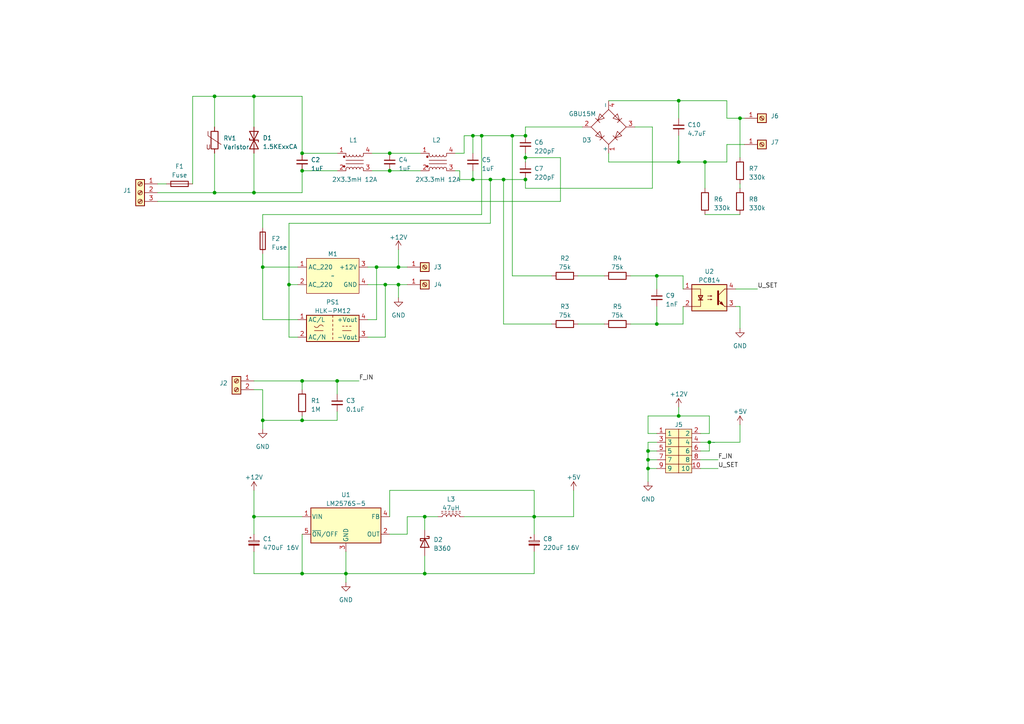
<source format=kicad_sch>
(kicad_sch (version 20230121) (generator eeschema)
  (paper "A4")
  (lib_symbols
    (symbol "Connector:Screw_Terminal_01x01" (pin_names (offset 1.016) hide)
      (property "Reference" "J" (at 0 2.54 0))
      (property "Value" "Screw_Terminal_01x01" (at 0 -2.54 0))
      (symbol "Screw_Terminal_01x01_1_1"
        (rectangle (start -1.27 1.27) (end 1.27 -1.27) (stroke (width 0.254)) (fill (type background)))
        (polyline (pts (xy -0.5334 0.3302) (xy 0.3302 -0.508)) (stroke (width 0.1524)))
        (polyline (pts (xy -0.3556 0.508) (xy 0.508 -0.3302)) (stroke (width 0.1524)))
        (circle (center 0 0) (radius 0.635) (stroke (width 0.1524)))
        (pin passive line (at -5.08 0 0) (length 3.81) (name "Pin_1") (number "1"))
      )
    )
    (symbol "Connector:Screw_Terminal_01x02" (pin_names (offset 1.016) hide)
      (property "Reference" "J" (at 0 2.54 0))
      (property "Value" "Screw_Terminal_01x02" (at 0 -5.08 0))
      (symbol "Screw_Terminal_01x02_1_1"
        (rectangle (start -1.27 1.27) (end 1.27 -3.81) (stroke (width 0.254)) (fill (type background)))
        (circle (center 0 -2.54) (radius 0.635) (stroke (width 0.1524)))
        (polyline (pts (xy -0.5334 -2.2098) (xy 0.3302 -3.048)) (stroke (width 0.1524)))
        (polyline (pts (xy -0.5334 0.3302) (xy 0.3302 -0.508)) (stroke (width 0.1524)))
        (polyline (pts (xy -0.3556 -2.032) (xy 0.508 -2.8702)) (stroke (width 0.1524)))
        (polyline (pts (xy -0.3556 0.508) (xy 0.508 -0.3302)) (stroke (width 0.1524)))
        (circle (center 0 0) (radius 0.635) (stroke (width 0.1524)))
        (pin passive line (at -5.08 0 0) (length 3.81) (name "Pin_1") (number "1"))
        (pin passive line (at -5.08 -2.54 0) (length 3.81) (name "Pin_2") (number "2"))
      )
    )
    (symbol "Connector:Screw_Terminal_01x03" (pin_names (offset 1.016) hide)
      (property "Reference" "J" (at 0 5.08 0))
      (property "Value" "Screw_Terminal_01x03" (at 0 -5.08 0))
      (symbol "Screw_Terminal_01x03_1_1"
        (rectangle (start -1.27 3.81) (end 1.27 -3.81) (stroke (width 0.254)) (fill (type background)))
        (circle (center 0 -2.54) (radius 0.635) (stroke (width 0.1524)))
        (polyline (pts (xy -0.5334 -2.2098) (xy 0.3302 -3.048)) (stroke (width 0.1524)))
        (polyline (pts (xy -0.5334 0.3302) (xy 0.3302 -0.508)) (stroke (width 0.1524)))
        (polyline (pts (xy -0.5334 2.8702) (xy 0.3302 2.032)) (stroke (width 0.1524)))
        (polyline (pts (xy -0.3556 -2.032) (xy 0.508 -2.8702)) (stroke (width 0.1524)))
        (polyline (pts (xy -0.3556 0.508) (xy 0.508 -0.3302)) (stroke (width 0.1524)))
        (polyline (pts (xy -0.3556 3.048) (xy 0.508 2.2098)) (stroke (width 0.1524)))
        (circle (center 0 0) (radius 0.635) (stroke (width 0.1524)))
        (circle (center 0 2.54) (radius 0.635) (stroke (width 0.1524)))
        (pin passive line (at -5.08 2.54 0) (length 3.81) (name "Pin_1") (number "1"))
        (pin passive line (at -5.08 0 0) (length 3.81) (name "Pin_2") (number "2"))
        (pin passive line (at -5.08 -2.54 0) (length 3.81) (name "Pin_3") (number "3"))
      )
    )
    (symbol "Converter_ACDC:HLK-PM12"
      (property "Reference" "PS" (at 0 5.08 0))
      (property "Value" "HLK-PM12" (at 0 -5.08 0))
      (symbol "HLK-PM12_0_1"
        (rectangle (start -7.62 3.81) (end 7.62 -3.81) (stroke (width 0.254)) (fill (type background)))
        (arc (start -5.334 0.635) (mid -4.699 0.2495) (end -4.064 0.635))
        (arc (start -2.794 0.635) (mid -3.429 1.0072) (end -4.064 0.635))
        (polyline (pts (xy -5.334 -0.635) (xy -2.794 -0.635)))
        (polyline (pts (xy 0 -2.54) (xy 0 -3.175)))
        (polyline (pts (xy 0 -1.27) (xy 0 -1.905)))
        (polyline (pts (xy 0 0) (xy 0 -0.635)))
        (polyline (pts (xy 0 1.27) (xy 0 0.635)))
        (polyline (pts (xy 0 2.54) (xy 0 1.905)))
        (polyline (pts (xy 0 3.81) (xy 0 3.175)))
        (polyline (pts (xy 2.794 -0.635) (xy 5.334 -0.635)))
        (polyline (pts (xy 2.794 0.635) (xy 3.302 0.635)))
        (polyline (pts (xy 3.81 0.635) (xy 4.318 0.635)))
        (polyline (pts (xy 4.826 0.635) (xy 5.334 0.635)))
      )
      (symbol "HLK-PM12_1_1"
        (pin power_in line (at -10.16 2.54 0) (length 2.54) (name "AC/L") (number "1"))
        (pin power_in line (at -10.16 -2.54 0) (length 2.54) (name "AC/N") (number "2"))
        (pin power_out line (at 10.16 -2.54 180) (length 2.54) (name "-Vout") (number "3"))
        (pin power_out line (at 10.16 2.54 180) (length 2.54) (name "+Vout") (number "4"))
      )
    )
    (symbol "Device:C_Polarized_Small" (pin_numbers hide) (pin_names (offset 0.254) hide)
      (property "Reference" "C" (at 0.254 1.778 0))
      (property "Value" "C_Polarized_Small" (at 0.254 -2.032 0))
      (symbol "C_Polarized_Small_0_1"
        (rectangle (start -1.524 -0.3048) (end 1.524 -0.6858) (fill (type outline)))
        (rectangle (start -1.524 0.6858) (end 1.524 0.3048))
        (polyline (pts (xy -1.27 1.524) (xy -0.762 1.524)))
        (polyline (pts (xy -1.016 1.27) (xy -1.016 1.778)))
      )
      (symbol "C_Polarized_Small_1_1"
        (pin passive line (at 0 2.54 270) (length 1.8542) (name "~") (number "1"))
        (pin passive line (at 0 -2.54 90) (length 1.8542) (name "~") (number "2"))
      )
    )
    (symbol "Device:C_Small" (pin_numbers hide) (pin_names (offset 0.254) hide)
      (property "Reference" "C" (at 0.254 1.778 0))
      (property "Value" "C_Small" (at 0.254 -2.032 0))
      (symbol "C_Small_0_1"
        (polyline (pts (xy -1.524 -0.508) (xy 1.524 -0.508)) (stroke (width 0.3302)))
        (polyline (pts (xy -1.524 0.508) (xy 1.524 0.508)) (stroke (width 0.3048)))
      )
      (symbol "C_Small_1_1"
        (pin passive line (at 0 2.54 270) (length 2.032) (name "~") (number "1"))
        (pin passive line (at 0 -2.54 90) (length 2.032) (name "~") (number "2"))
      )
    )
    (symbol "Device:Fuse" (pin_numbers hide) (pin_names (offset 0))
      (property "Reference" "F" (at 2.032 0 90))
      (property "Value" "Fuse" (at -1.905 0 90))
      (symbol "Fuse_0_1"
        (rectangle (start -0.762 -2.54) (end 0.762 2.54) (stroke (width 0.254)))
        (polyline (pts (xy 0 2.54) (xy 0 -2.54)))
      )
      (symbol "Fuse_1_1"
        (pin passive line (at 0 3.81 270) (length 1.27) (name "~") (number "1"))
        (pin passive line (at 0 -3.81 90) (length 1.27) (name "~") (number "2"))
      )
    )
    (symbol "Device:L_Ferrite" (pin_numbers hide) (pin_names (offset 1.016) hide)
      (property "Reference" "L" (at -1.27 0 90))
      (property "Value" "L_Ferrite" (at 2.794 0 90))
      (symbol "L_Ferrite_0_1"
        (arc (start 0 -2.54) (mid 0.6323 -1.905) (end 0 -1.27))
        (arc (start 0 -1.27) (mid 0.6323 -0.635) (end 0 0))
        (polyline (pts (xy 1.016 -2.794) (xy 1.016 -2.286)))
        (polyline (pts (xy 1.016 -1.778) (xy 1.016 -1.27)))
        (polyline (pts (xy 1.016 -0.762) (xy 1.016 -0.254)))
        (polyline (pts (xy 1.016 0.254) (xy 1.016 0.762)))
        (polyline (pts (xy 1.016 1.27) (xy 1.016 1.778)))
        (polyline (pts (xy 1.016 2.286) (xy 1.016 2.794)))
        (polyline (pts (xy 1.524 -2.286) (xy 1.524 -2.794)))
        (polyline (pts (xy 1.524 -1.27) (xy 1.524 -1.778)))
        (polyline (pts (xy 1.524 -0.254) (xy 1.524 -0.762)))
        (polyline (pts (xy 1.524 0.762) (xy 1.524 0.254)))
        (polyline (pts (xy 1.524 1.778) (xy 1.524 1.27)))
        (polyline (pts (xy 1.524 2.794) (xy 1.524 2.286)))
        (arc (start 0 0) (mid 0.6323 0.635) (end 0 1.27))
        (arc (start 0 1.27) (mid 0.6323 1.905) (end 0 2.54))
      )
      (symbol "L_Ferrite_1_1"
        (pin passive line (at 0 3.81 270) (length 1.27) (name "1") (number "1"))
        (pin passive line (at 0 -3.81 90) (length 1.27) (name "2") (number "2"))
      )
    )
    (symbol "Device:L_Iron_Coupled_1423" (pin_names (offset 0.254) hide)
      (property "Reference" "L" (at 0 4.445 0))
      (property "Value" "L_Iron_Coupled_1423" (at 0 -4.445 0))
      (symbol "L_Iron_Coupled_1423_0_1"
        (circle (center -3.048 -1.27) (radius 0.254) (fill (type outline)))
        (circle (center -3.048 1.524) (radius 0.254) (fill (type outline)))
        (arc (start -2.54 2.032) (mid -2.032 1.5262) (end -1.524 2.032))
        (arc (start -1.524 -2.032) (mid -2.032 -1.5262) (end -2.54 -2.032))
        (arc (start -1.524 2.032) (mid -1.016 1.5262) (end -0.508 2.032))
        (arc (start -0.508 -2.032) (mid -1.016 -1.5262) (end -1.524 -2.032))
        (arc (start -0.508 2.032) (mid 0 1.5262) (end 0.508 2.032))
        (polyline (pts (xy -2.54 -2.032) (xy -2.54 -2.54)))
        (polyline (pts (xy -2.54 0.508) (xy 2.54 0.508)))
        (polyline (pts (xy -2.54 2.032) (xy -2.54 2.54)))
        (polyline (pts (xy 2.54 -2.032) (xy 2.54 -2.54)))
        (polyline (pts (xy 2.54 -0.508) (xy -2.54 -0.508)))
        (polyline (pts (xy 2.54 2.54) (xy 2.54 2.032)))
        (arc (start 0.508 -2.032) (mid 0 -1.5262) (end -0.508 -2.032))
        (arc (start 0.508 2.032) (mid 1.016 1.5262) (end 1.524 2.032))
        (arc (start 1.524 -2.032) (mid 1.016 -1.5262) (end 0.508 -2.032))
        (arc (start 1.524 2.032) (mid 2.032 1.5262) (end 2.54 2.032))
        (arc (start 2.54 -2.032) (mid 2.032 -1.5262) (end 1.524 -2.032))
      )
      (symbol "L_Iron_Coupled_1423_1_1"
        (pin passive line (at -5.08 2.54 0) (length 2.54) (name "1") (number "1"))
        (pin passive line (at -5.08 -2.54 0) (length 2.54) (name "2") (number "2"))
        (pin passive line (at 5.08 -2.54 180) (length 2.54) (name "3") (number "3"))
        (pin passive line (at 5.08 2.54 180) (length 2.54) (name "4") (number "4"))
      )
    )
    (symbol "Device:R" (pin_numbers hide) (pin_names (offset 0))
      (property "Reference" "R" (at 2.032 0 90))
      (property "Value" "R" (at 0 0 90))
      (symbol "R_0_1"
        (rectangle (start -1.016 -2.54) (end 1.016 2.54) (stroke (width 0.254)))
      )
      (symbol "R_1_1"
        (pin passive line (at 0 3.81 270) (length 1.27) (name "~") (number "1"))
        (pin passive line (at 0 -3.81 90) (length 1.27) (name "~") (number "2"))
      )
    )
    (symbol "Device:Varistor" (pin_numbers hide) (pin_names (offset 0))
      (property "Reference" "RV" (at 3.175 0 90))
      (property "Value" "Varistor" (at -3.175 0 90))
      (symbol "Varistor_0_0"
        (text "U" (at -1.778 -2.032 0) (effects (font (size 1.27 1.27))))
      )
      (symbol "Varistor_0_1"
        (rectangle (start -1.016 -2.54) (end 1.016 2.54) (stroke (width 0.254)))
        (polyline (pts (xy -1.905 2.54) (xy -1.905 1.27) (xy 1.905 -1.27)))
      )
      (symbol "Varistor_1_1"
        (pin passive line (at 0 3.81 270) (length 1.27) (name "~") (number "1"))
        (pin passive line (at 0 -3.81 90) (length 1.27) (name "~") (number "2"))
      )
    )
    (symbol "Diode:1.5KExxCA" (pin_numbers hide) (pin_names (offset 1.016) hide)
      (property "Reference" "D" (at 0 2.54 0))
      (property "Value" "1.5KExxCA" (at 0 -2.54 0))
      (symbol "1.5KExxCA_0_1"
        (polyline (pts (xy 1.27 0) (xy -1.27 0)))
        (polyline (pts (xy -2.54 -1.27) (xy 0 0) (xy -2.54 1.27) (xy -2.54 -1.27)) (stroke (width 0.254)))
        (polyline (pts (xy 0.508 1.27) (xy 0 1.27) (xy 0 -1.27) (xy -0.508 -1.27)) (stroke (width 0.254)))
        (polyline (pts (xy 2.54 1.27) (xy 2.54 -1.27) (xy 0 0) (xy 2.54 1.27)) (stroke (width 0.254)))
      )
      (symbol "1.5KExxCA_1_1"
        (pin passive line (at -3.81 0 0) (length 2.54) (name "A1") (number "1"))
        (pin passive line (at 3.81 0 180) (length 2.54) (name "A2") (number "2"))
      )
    )
    (symbol "Diode:B360" (pin_numbers hide) (pin_names (offset 1.016) hide)
      (property "Reference" "D" (at 0 2.54 0))
      (property "Value" "B360" (at 0 -2.54 0))
      (symbol "B360_0_1"
        (polyline (pts (xy 1.27 0) (xy -1.27 0)))
        (polyline (pts (xy 1.27 1.27) (xy 1.27 -1.27) (xy -1.27 0) (xy 1.27 1.27)) (stroke (width 0.254)))
        (polyline (pts (xy -1.905 0.635) (xy -1.905 1.27) (xy -1.27 1.27) (xy -1.27 -1.27) (xy -0.635 -1.27) (xy -0.635 -0.635)) (stroke (width 0.254)))
      )
      (symbol "B360_1_1"
        (pin passive line (at -3.81 0 0) (length 2.54) (name "K") (number "1"))
        (pin passive line (at 3.81 0 180) (length 2.54) (name "A") (number "2"))
      )
    )
    (symbol "Diode_Bridge:GBU8M" (pin_names (offset 0))
      (property "Reference" "D" (at 2.54 6.985 0))
      (property "Value" "GBU8M" (at 2.54 5.08 0))
      (symbol "GBU8M_0_1"
        (polyline (pts (xy -2.54 3.81) (xy -1.27 2.54)))
        (polyline (pts (xy -1.27 -2.54) (xy -2.54 -3.81)))
        (polyline (pts (xy 2.54 -1.27) (xy 3.81 -2.54)))
        (polyline (pts (xy 2.54 1.27) (xy 3.81 2.54)))
        (polyline (pts (xy -3.81 2.54) (xy -2.54 1.27) (xy -1.905 3.175) (xy -3.81 2.54)))
        (polyline (pts (xy -2.54 -1.27) (xy -3.81 -2.54) (xy -1.905 -3.175) (xy -2.54 -1.27)))
        (polyline (pts (xy 1.27 2.54) (xy 2.54 3.81) (xy 3.175 1.905) (xy 1.27 2.54)))
        (polyline (pts (xy 3.175 -1.905) (xy 1.27 -2.54) (xy 2.54 -3.81) (xy 3.175 -1.905)))
        (polyline (pts (xy -5.08 0) (xy 0 -5.08) (xy 5.08 0) (xy 0 5.08) (xy -5.08 0)))
      )
      (symbol "GBU8M_1_1"
        (pin passive line (at 7.62 0 180) (length 2.54) (name "+") (number "1"))
        (pin passive line (at 0 -7.62 90) (length 2.54) (name "~") (number "2"))
        (pin passive line (at 0 7.62 270) (length 2.54) (name "~") (number "3"))
        (pin passive line (at -7.62 0 0) (length 2.54) (name "-") (number "4"))
      )
    )
    (symbol "Isolator:PC817" (pin_names (offset 1.016))
      (property "Reference" "U" (at -5.08 5.08 0))
      (property "Value" "PC817" (at 0 5.08 0))
      (symbol "PC817_0_1"
        (rectangle (start -5.08 3.81) (end 5.08 -3.81) (stroke (width 0.254)) (fill (type background)))
        (polyline (pts (xy -3.175 -0.635) (xy -1.905 -0.635)) (stroke (width 0.254)))
        (polyline (pts (xy 2.54 0.635) (xy 4.445 2.54)))
        (polyline (pts (xy 4.445 -2.54) (xy 2.54 -0.635)) (fill (type outline)))
        (polyline (pts (xy 4.445 -2.54) (xy 5.08 -2.54)))
        (polyline (pts (xy 4.445 2.54) (xy 5.08 2.54)))
        (polyline (pts (xy -5.08 2.54) (xy -2.54 2.54) (xy -2.54 -0.635)))
        (polyline (pts (xy -2.54 -0.635) (xy -2.54 -2.54) (xy -5.08 -2.54)))
        (polyline (pts (xy 2.54 1.905) (xy 2.54 -1.905) (xy 2.54 -1.905)) (stroke (width 0.508)))
        (polyline (pts (xy -2.54 -0.635) (xy -3.175 0.635) (xy -1.905 0.635) (xy -2.54 -0.635)) (stroke (width 0.254)))
        (polyline (pts (xy -0.508 -0.508) (xy 0.762 -0.508) (xy 0.381 -0.635) (xy 0.381 -0.381) (xy 0.762 -0.508)))
        (polyline (pts (xy -0.508 0.508) (xy 0.762 0.508) (xy 0.381 0.381) (xy 0.381 0.635) (xy 0.762 0.508)))
        (polyline (pts (xy 3.048 -1.651) (xy 3.556 -1.143) (xy 4.064 -2.159) (xy 3.048 -1.651) (xy 3.048 -1.651)) (fill (type outline)))
      )
      (symbol "PC817_1_1"
        (pin passive line (at -7.62 2.54 0) (length 2.54) (name "~") (number "1"))
        (pin passive line (at -7.62 -2.54 0) (length 2.54) (name "~") (number "2"))
        (pin passive line (at 7.62 -2.54 180) (length 2.54) (name "~") (number "3"))
        (pin passive line (at 7.62 2.54 180) (length 2.54) (name "~") (number "4"))
      )
    )
    (symbol "Regulator_Switching:LM2576S-5" (pin_names (offset 0.254))
      (property "Reference" "U" (at -10.16 6.35 0))
      (property "Value" "LM2576S-5" (at 0 6.35 0))
      (symbol "LM2576S-5_0_1"
        (rectangle (start -10.16 5.08) (end 10.16 -5.08) (stroke (width 0.254)) (fill (type background)))
      )
      (symbol "LM2576S-5_1_1"
        (pin power_in line (at -12.7 2.54 0) (length 2.54) (name "VIN") (number "1"))
        (pin output line (at 12.7 -2.54 180) (length 2.54) (name "OUT") (number "2"))
        (pin power_in line (at 0 -7.62 90) (length 2.54) (name "GND") (number "3"))
        (pin input line (at 12.7 2.54 180) (length 2.54) (name "FB") (number "4"))
        (pin input line (at -12.7 -2.54 0) (length 2.54) (name "~{ON}/OFF") (number "5"))
      )
    )
    (symbol "Z_connectors:BH-10"
      (property "Reference" "J" (at 0 6.35 0))
      (symbol "BH-10_1_1"
        (rectangle (start -3.81 3.81) (end 3.81 -8.89) (fill (type background)))
        (polyline (pts (xy -3.81 -6.35) (xy 3.81 -6.35)))
        (polyline (pts (xy -3.81 -3.81) (xy 3.81 -3.81)))
        (polyline (pts (xy -3.81 -1.27) (xy 3.81 -1.27)))
        (polyline (pts (xy -3.81 1.27) (xy 3.81 1.27)))
        (polyline (pts (xy 0 3.81) (xy 0 -8.89)))
        (pin input line (at -6.35 2.54 0) (length 2.54) (name "1") (number "1"))
        (pin input line (at 6.35 -7.62 180) (length 2.54) (name "10") (number "10"))
        (pin input line (at 6.35 2.54 180) (length 2.54) (name "2") (number "2"))
        (pin input line (at -6.35 0 0) (length 2.54) (name "3") (number "3"))
        (pin input line (at 6.35 0 180) (length 2.54) (name "4") (number "4"))
        (pin input line (at -6.35 -2.54 0) (length 2.54) (name "5") (number "5"))
        (pin input line (at 6.35 -2.54 180) (length 2.54) (name "6") (number "6"))
        (pin input line (at -6.35 -5.08 0) (length 2.54) (name "7") (number "7"))
        (pin input line (at 6.35 -5.08 180) (length 2.54) (name "8") (number "8"))
        (pin input line (at -6.35 -7.62 0) (length 2.54) (name "9") (number "9"))
      )
    )
    (symbol "Z_modules:AC_DC_12_2"
      (property "Reference" "M" (at 0 6.35 0))
      (symbol "AC_DC_12_2_1_1"
        (rectangle (start -7.62 5.08) (end 7.62 -5.08) (fill (type background)))
        (pin input line (at -10.16 2.54 0) (length 2.54) (name "AC_220") (number "1"))
        (pin input line (at -10.16 -2.54 0) (length 2.54) (name "AC_220") (number "2"))
        (pin output line (at 10.16 2.54 180) (length 2.54) (name "+12V") (number "3"))
        (pin output line (at 10.16 -2.54 180) (length 2.54) (name "GND") (number "4"))
      )
    )
    (symbol "power:+12V" (power) (pin_names (offset 0))
      (property "Value" "+12V" (at 0 3.556 0))
      (symbol "+12V_0_1"
        (polyline (pts (xy -0.762 1.27) (xy 0 2.54)))
        (polyline (pts (xy 0 0) (xy 0 2.54)))
        (polyline (pts (xy 0 2.54) (xy 0.762 1.27)))
      )
      (symbol "+12V_1_1"
        (pin power_in line (at 0 0 90) (length 0) hide (name "+12V") (number "1"))
      )
    )
    (symbol "power:+5V" (power) (pin_names (offset 0))
      (property "Value" "+5V" (at 0 3.556 0))
      (symbol "+5V_0_1"
        (polyline (pts (xy -0.762 1.27) (xy 0 2.54)))
        (polyline (pts (xy 0 0) (xy 0 2.54)))
        (polyline (pts (xy 0 2.54) (xy 0.762 1.27)))
      )
      (symbol "+5V_1_1"
        (pin power_in line (at 0 0 90) (length 0) hide (name "+5V") (number "1"))
      )
    )
    (symbol "power:GND" (power) (pin_names (offset 0))
      (property "Value" "GND" (at 0 -3.81 0))
      (symbol "GND_0_1"
        (polyline (pts (xy 0 0) (xy 0 -1.27) (xy 1.27 -1.27) (xy 0 -2.54) (xy -1.27 -1.27) (xy 0 -1.27)))
      )
      (symbol "GND_1_1"
        (pin power_in line (at 0 0 270) (length 0) hide (name "GND") (number "1"))
      )
    )
  )
  (junction (at 83.82 82.55))
  (junction (at 137.16 52.07))
  (junction (at 137.16 39.37))
  (junction (at 115.57 77.47))
  (junction (at 152.4 39.37))
  (junction (at 73.66 27.94))
  (junction (at 111.76 82.55))
  (junction (at 139.7 39.37))
  (junction (at 115.57 82.55))
  (junction (at 142.24 52.07))
  (junction (at 113.03 49.53))
  (junction (at 73.66 149.86))
  (junction (at 73.66 55.88))
  (junction (at 187.96 133.35))
  (junction (at 154.94 149.86))
  (junction (at 187.96 130.81))
  (junction (at 196.85 46.99))
  (junction (at 123.19 149.86))
  (junction (at 113.03 44.45))
  (junction (at 87.63 49.53))
  (junction (at 87.63 121.92))
  (junction (at 87.63 44.45))
  (junction (at 109.22 77.47))
  (junction (at 152.4 52.07))
  (junction (at 148.59 39.37))
  (junction (at 190.5 80.01))
  (junction (at 76.2 121.92))
  (junction (at 87.63 110.49))
  (junction (at 123.19 166.37))
  (junction (at 146.05 52.07))
  (junction (at 190.5 93.98))
  (junction (at 87.63 166.37))
  (junction (at 100.33 166.37))
  (junction (at 97.79 110.49))
  (junction (at 187.96 135.89))
  (junction (at 196.85 120.65))
  (junction (at 62.23 55.88))
  (junction (at 76.2 77.47))
  (junction (at 214.63 34.29))
  (junction (at 62.23 27.94))
  (junction (at 204.47 46.99))
  (junction (at 205.74 128.27))
  (junction (at 196.85 29.21))
  (junction (at 152.4 45.72))
  (wire (pts (xy 196.85 39.37) (xy 196.85 46.99)))
  (wire (pts (xy 73.66 149.86) (xy 73.66 154.94)))
  (wire (pts (xy 62.23 27.94) (xy 73.66 27.94)))
  (wire (pts (xy 154.94 142.24) (xy 154.94 149.86)))
  (wire (pts (xy 87.63 44.45) (xy 97.79 44.45)))
  (wire (pts (xy 109.22 92.71) (xy 109.22 77.47)))
  (wire (pts (xy 198.12 80.01) (xy 198.12 83.82)))
  (wire (pts (xy 132.08 49.53) (xy 133.35 49.53)))
  (wire (pts (xy 87.63 49.53) (xy 97.79 49.53)))
  (wire (pts (xy 182.88 93.98) (xy 190.5 93.98)))
  (wire (pts (xy 190.5 93.98) (xy 198.12 93.98)))
  (wire (pts (xy 190.5 80.01) (xy 190.5 83.82)))
  (wire (pts (xy 133.35 49.53) (xy 133.35 52.07)))
  (wire (pts (xy 176.53 46.99) (xy 196.85 46.99)))
  (wire (pts (xy 109.22 77.47) (xy 115.57 77.47)))
  (wire (pts (xy 203.2 130.81) (xy 205.74 130.81)))
  (wire (pts (xy 148.59 80.01) (xy 160.02 80.01)))
  (wire (pts (xy 73.66 55.88) (xy 87.63 55.88)))
  (wire (pts (xy 106.68 97.79) (xy 111.76 97.79)))
  (wire (pts (xy 73.66 27.94) (xy 87.63 27.94)))
  (wire (pts (xy 132.08 44.45) (xy 134.62 44.45)))
  (wire (pts (xy 214.63 95.25) (xy 214.63 88.9)))
  (wire (pts (xy 45.72 55.88) (xy 62.23 55.88)))
  (wire (pts (xy 152.4 44.45) (xy 152.4 45.72)))
  (wire (pts (xy 45.72 53.34) (xy 48.26 53.34)))
  (wire (pts (xy 115.57 72.39) (xy 115.57 77.47)))
  (wire (pts (xy 189.23 54.61) (xy 189.23 36.83)))
  (wire (pts (xy 107.95 49.53) (xy 113.03 49.53)))
  (wire (pts (xy 113.03 49.53) (xy 121.92 49.53)))
  (wire (pts (xy 187.96 128.27) (xy 190.5 128.27)))
  (wire (pts (xy 146.05 93.98) (xy 160.02 93.98)))
  (wire (pts (xy 87.63 120.65) (xy 87.63 121.92)))
  (wire (pts (xy 162.56 58.42) (xy 162.56 45.72)))
  (wire (pts (xy 190.5 125.73) (xy 187.96 125.73)))
  (wire (pts (xy 204.47 46.99) (xy 210.82 46.99)))
  (wire (pts (xy 87.63 121.92) (xy 76.2 121.92)))
  (wire (pts (xy 187.96 130.81) (xy 187.96 128.27)))
  (wire (pts (xy 214.63 88.9) (xy 213.36 88.9)))
  (wire (pts (xy 87.63 55.88) (xy 87.63 49.53)))
  (wire (pts (xy 142.24 52.07) (xy 142.24 64.77)))
  (wire (pts (xy 111.76 97.79) (xy 111.76 82.55)))
  (wire (pts (xy 152.4 39.37) (xy 152.4 36.83)))
  (wire (pts (xy 152.4 52.07) (xy 152.4 54.61)))
  (wire (pts (xy 148.59 39.37) (xy 148.59 80.01)))
  (wire (pts (xy 106.68 82.55) (xy 111.76 82.55)))
  (wire (pts (xy 154.94 149.86) (xy 134.62 149.86)))
  (wire (pts (xy 146.05 52.07) (xy 152.4 52.07)))
  (wire (pts (xy 73.66 44.45) (xy 73.66 55.88)))
  (wire (pts (xy 176.53 29.21) (xy 196.85 29.21)))
  (wire (pts (xy 187.96 133.35) (xy 187.96 130.81)))
  (wire (pts (xy 115.57 82.55) (xy 118.11 82.55)))
  (wire (pts (xy 73.66 113.03) (xy 76.2 113.03)))
  (wire (pts (xy 118.11 154.94) (xy 118.11 149.86)))
  (wire (pts (xy 204.47 62.23) (xy 214.63 62.23)))
  (wire (pts (xy 137.16 39.37) (xy 139.7 39.37)))
  (wire (pts (xy 100.33 166.37) (xy 123.19 166.37)))
  (wire (pts (xy 187.96 120.65) (xy 196.85 120.65)))
  (wire (pts (xy 100.33 166.37) (xy 100.33 168.91)))
  (wire (pts (xy 97.79 121.92) (xy 87.63 121.92)))
  (wire (pts (xy 214.63 53.34) (xy 214.63 54.61)))
  (wire (pts (xy 113.03 149.86) (xy 113.03 142.24)))
  (wire (pts (xy 111.76 82.55) (xy 115.57 82.55)))
  (wire (pts (xy 76.2 77.47) (xy 76.2 73.66)))
  (wire (pts (xy 86.36 77.47) (xy 76.2 77.47)))
  (wire (pts (xy 106.68 92.71) (xy 109.22 92.71)))
  (wire (pts (xy 134.62 44.45) (xy 134.62 39.37)))
  (wire (pts (xy 167.64 80.01) (xy 175.26 80.01)))
  (wire (pts (xy 139.7 39.37) (xy 148.59 39.37)))
  (wire (pts (xy 187.96 125.73) (xy 187.96 120.65)))
  (wire (pts (xy 73.66 149.86) (xy 87.63 149.86)))
  (wire (pts (xy 115.57 82.55) (xy 115.57 86.36)))
  (wire (pts (xy 106.68 77.47) (xy 109.22 77.47)))
  (wire (pts (xy 115.57 77.47) (xy 118.11 77.47)))
  (wire (pts (xy 76.2 62.23) (xy 76.2 66.04)))
  (wire (pts (xy 87.63 154.94) (xy 87.63 166.37)))
  (wire (pts (xy 123.19 149.86) (xy 123.19 153.67)))
  (wire (pts (xy 196.85 46.99) (xy 204.47 46.99)))
  (wire (pts (xy 133.35 52.07) (xy 137.16 52.07)))
  (wire (pts (xy 187.96 135.89) (xy 190.5 135.89)))
  (wire (pts (xy 198.12 93.98) (xy 198.12 88.9)))
  (wire (pts (xy 87.63 110.49) (xy 87.63 113.03)))
  (wire (pts (xy 137.16 52.07) (xy 142.24 52.07)))
  (wire (pts (xy 162.56 45.72) (xy 152.4 45.72)))
  (wire (pts (xy 76.2 62.23) (xy 139.7 62.23)))
  (wire (pts (xy 152.4 36.83) (xy 168.91 36.83)))
  (wire (pts (xy 219.71 83.82) (xy 213.36 83.82)))
  (wire (pts (xy 113.03 44.45) (xy 121.92 44.45)))
  (wire (pts (xy 204.47 46.99) (xy 204.47 54.61)))
  (wire (pts (xy 104.14 110.49) (xy 97.79 110.49)))
  (wire (pts (xy 76.2 121.92) (xy 76.2 124.46)))
  (wire (pts (xy 83.82 97.79) (xy 86.36 97.79)))
  (wire (pts (xy 214.63 34.29) (xy 215.9 34.29)))
  (wire (pts (xy 187.96 135.89) (xy 187.96 133.35)))
  (wire (pts (xy 148.59 39.37) (xy 152.4 39.37)))
  (wire (pts (xy 73.66 27.94) (xy 73.66 36.83)))
  (wire (pts (xy 210.82 41.91) (xy 215.9 41.91)))
  (wire (pts (xy 154.94 166.37) (xy 123.19 166.37)))
  (wire (pts (xy 214.63 128.27) (xy 205.74 128.27)))
  (wire (pts (xy 187.96 133.35) (xy 190.5 133.35)))
  (wire (pts (xy 113.03 154.94) (xy 118.11 154.94)))
  (wire (pts (xy 87.63 27.94) (xy 87.63 44.45)))
  (wire (pts (xy 73.66 166.37) (xy 87.63 166.37)))
  (wire (pts (xy 139.7 62.23) (xy 139.7 39.37)))
  (wire (pts (xy 214.63 34.29) (xy 214.63 45.72)))
  (wire (pts (xy 62.23 44.45) (xy 62.23 55.88)))
  (wire (pts (xy 137.16 49.53) (xy 137.16 52.07)))
  (wire (pts (xy 87.63 166.37) (xy 100.33 166.37)))
  (wire (pts (xy 146.05 52.07) (xy 146.05 93.98)))
  (wire (pts (xy 62.23 55.88) (xy 73.66 55.88)))
  (wire (pts (xy 196.85 29.21) (xy 196.85 34.29)))
  (wire (pts (xy 97.79 119.38) (xy 97.79 121.92)))
  (wire (pts (xy 107.95 44.45) (xy 113.03 44.45)))
  (wire (pts (xy 187.96 130.81) (xy 190.5 130.81)))
  (wire (pts (xy 154.94 160.02) (xy 154.94 166.37)))
  (wire (pts (xy 76.2 77.47) (xy 76.2 92.71)))
  (wire (pts (xy 210.82 46.99) (xy 210.82 41.91)))
  (wire (pts (xy 45.72 58.42) (xy 162.56 58.42)))
  (wire (pts (xy 166.37 149.86) (xy 154.94 149.86)))
  (wire (pts (xy 190.5 88.9) (xy 190.5 93.98)))
  (wire (pts (xy 137.16 44.45) (xy 137.16 39.37)))
  (wire (pts (xy 205.74 125.73) (xy 203.2 125.73)))
  (wire (pts (xy 214.63 123.19) (xy 214.63 128.27)))
  (wire (pts (xy 55.88 27.94) (xy 62.23 27.94)))
  (wire (pts (xy 113.03 142.24) (xy 154.94 142.24)))
  (wire (pts (xy 123.19 161.29) (xy 123.19 166.37)))
  (wire (pts (xy 154.94 154.94) (xy 154.94 149.86)))
  (wire (pts (xy 205.74 120.65) (xy 205.74 125.73)))
  (wire (pts (xy 83.82 64.77) (xy 142.24 64.77)))
  (wire (pts (xy 83.82 64.77) (xy 83.82 82.55)))
  (wire (pts (xy 190.5 80.01) (xy 198.12 80.01)))
  (wire (pts (xy 76.2 113.03) (xy 76.2 121.92)))
  (wire (pts (xy 167.64 93.98) (xy 175.26 93.98)))
  (wire (pts (xy 166.37 142.24) (xy 166.37 149.86)))
  (wire (pts (xy 187.96 139.7) (xy 187.96 135.89)))
  (wire (pts (xy 152.4 45.72) (xy 152.4 46.99)))
  (wire (pts (xy 73.66 160.02) (xy 73.66 166.37)))
  (wire (pts (xy 203.2 128.27) (xy 205.74 128.27)))
  (wire (pts (xy 196.85 118.11) (xy 196.85 120.65)))
  (wire (pts (xy 97.79 110.49) (xy 87.63 110.49)))
  (wire (pts (xy 176.53 44.45) (xy 176.53 46.99)))
  (wire (pts (xy 87.63 110.49) (xy 73.66 110.49)))
  (wire (pts (xy 62.23 27.94) (xy 62.23 36.83)))
  (wire (pts (xy 208.28 135.89) (xy 203.2 135.89)))
  (wire (pts (xy 208.28 133.35) (xy 203.2 133.35)))
  (wire (pts (xy 182.88 80.01) (xy 190.5 80.01)))
  (wire (pts (xy 196.85 29.21) (xy 210.82 29.21)))
  (wire (pts (xy 83.82 82.55) (xy 83.82 97.79)))
  (wire (pts (xy 205.74 130.81) (xy 205.74 128.27)))
  (wire (pts (xy 76.2 92.71) (xy 86.36 92.71)))
  (wire (pts (xy 152.4 54.61) (xy 189.23 54.61)))
  (wire (pts (xy 210.82 29.21) (xy 210.82 34.29)))
  (wire (pts (xy 55.88 53.34) (xy 55.88 27.94)))
  (wire (pts (xy 142.24 52.07) (xy 146.05 52.07)))
  (wire (pts (xy 97.79 110.49) (xy 97.79 114.3)))
  (wire (pts (xy 123.19 149.86) (xy 127 149.86)))
  (wire (pts (xy 210.82 34.29) (xy 214.63 34.29)))
  (wire (pts (xy 100.33 160.02) (xy 100.33 166.37)))
  (wire (pts (xy 134.62 39.37) (xy 137.16 39.37)))
  (wire (pts (xy 189.23 36.83) (xy 184.15 36.83)))
  (wire (pts (xy 118.11 149.86) (xy 123.19 149.86)))
  (wire (pts (xy 73.66 142.24) (xy 73.66 149.86)))
  (wire (pts (xy 83.82 82.55) (xy 86.36 82.55)))
  (wire (pts (xy 196.85 120.65) (xy 205.74 120.65)))
  (label "U_SET" (at 208.28 135.89 0))
  (label "F_IN" (at 104.14 110.49 0))
  (label "F_IN" (at 208.28 133.35 0))
  (label "U_SET" (at 219.71 83.82 0))
  (symbol (lib_id "Connector:Screw_Terminal_01x02") (at 68.58 110.49 0) (mirror y) (unit 1)
    (property "Reference" "J2" (at 66.04 111.125 0) (effects (justify left)))
    (property "Value" "Screw_Terminal_01x02" (effects hide))
    (property "Footprint" "Z_connectors:DB129V-7.62-2P-GN-S" (effects hide))
    (property "Description" "1x2P 24A -40℃~+105℃ 250V Green 12~26 Straight pin 7.62mm 2.5 1 2 Plugin,P=7.62mm Screw terminal ROHS" (effects hide))
    (property "MFR.Part" "DB129V-7.62-2P-GN-S" (effects hide))
    (property "LCSC" "C395858" (effects hide))
    (property "Mounting" "Yes" (effects hide))
  )
  (symbol (lib_id "Device:L_Iron_Coupled_1423") (at 102.87 46.99 0) (unit 1)
    (property "Reference" "L1" (at 102.489 40.64 0))
    (property "Value" "2X3.3mH 12A" (at 102.87 52.07 0))
    (property "Footprint" "Z_inductors:FilterSetevoy_20x30_p20" (effects hide))
    (property "Description" "Common Mode Chokes / Filters RING CORE CHOKE 2X3.3mH 12A" (effects hide))
    (property "MFR.Part" "B82726S6123N020" (effects hide))
    (property "LCSC" "B82726S6123N020" (effects hide))
    (property "Mounting" "Yes" (effects hide))
  )
  (symbol (lib_id "Device:R") (at 163.83 93.98 90) (unit 1)
    (property "Reference" "R3" (at 163.83 88.9 90))
    (property "Value" "75k" (at 163.83 91.44 90))
    (property "Footprint" "Resistor_SMD:R_1206_3216Metric" (effects hide))
    (property "Description" "250mW Thick Film Resistors ±100ppm/℃ ±1% 75kΩ 1206 Chip Resistor - Surface Mount ROHS" (effects hide))
    (property "LCSC" "C137234" (effects hide))
    (property "MFR.Part" "RC1206FR-0775KL" (effects hide))
    (property "Mounting" "Yes" (effects hide))
  )
  (symbol (lib_id "Device:Varistor") (at 62.23 40.64 0) (unit 1)
    (property "Reference" "RV1" (at 64.77 40.1042 0) (effects (justify left)))
    (property "Value" "Varistor" (at 64.77 42.6442 0) (effects (justify left)))
    (property "Footprint" "Varistor:RV_Disc_D21.5mm_W4.3mm_P10mm" (effects hide))
    (property "Description" "DIP Varistors ROHS" (effects hide))
    (property "LCSC" "C6793796" (effects hide))
    (property "MFR.Part" "VDR-20D391K" (effects hide))
    (property "Mounting" "Yes" (effects hide))
  )
  (symbol (lib_id "Z_modules:AC_DC_12_2") (at 96.52 80.01 0) (unit 1)
    (property "Reference" "M1" (at 96.52 73.66 0))
    (property "Value" "~" (at 96.52 80.01 0))
    (property "Footprint" "Z_modules:AC_DC_12V2A" (effects hide))
    (property "Mounting" "No" (effects hide))
  )
  (symbol (lib_id "Device:R") (at 214.63 58.42 180) (unit 1)
    (property "Reference" "R8" (at 217.17 57.785 0) (effects (justify right)))
    (property "Value" "330k" (at 217.17 60.325 0) (effects (justify right)))
    (property "Footprint" "Resistor_SMD:R_1206_3216Metric" (effects hide))
    (property "Description" "250mW Thick Film Resistors ±100ppm/℃ ±1% 330kΩ 1206 Chip Resistor - Surface Mount ROHS" (effects hide))
    (property "LCSC" "C144497" (effects hide))
    (property "MFR.Part" "AC1206FR-07330KL" (effects hide))
    (property "Mounting" "Yes" (effects hide))
  )
  (symbol (lib_id "power:GND") (at 187.96 139.7 0) (unit 1)
    (property "Reference" "#PWR07" (effects hide))
    (property "Value" "GND" (at 187.96 144.78 0))
  )
  (symbol (lib_id "Isolator:PC817") (at 205.74 86.36 0) (unit 1)
    (property "Reference" "U2" (at 205.74 78.74 0))
    (property "Value" "PC814" (at 205.74 81.28 0))
    (property "Footprint" "Package_DIP:DIP-4_W7.62mm" (effects hide))
    (property "Datasheet" "http://www.soselectronic.cz/a_info/resource/d/pc817.pdf" (effects hide))
    (property "Description" "DIP-4 Optocouplers - Phototransistor Output ROHS" (effects hide))
    (property "LCSC" "C7435550" (effects hide))
    (property "MFR.Part" "LTV-814-B" (effects hide))
    (property "Mounting" "Yes" (effects hide))
  )
  (symbol (lib_id "Device:L_Ferrite") (at 130.81 149.86 90) (unit 1)
    (property "Reference" "L3" (at 130.81 144.78 90))
    (property "Value" "47uH" (at 130.81 147.32 90))
    (property "Footprint" "Z_inductors:L_12x12mm_H8mm" (effects hide))
    (property "Description" "47uH SMD,12.5x12.5mm Power Inductors ROHS" (effects hide))
    (property "MFR.Part" "MBH125-470M" (effects hide))
    (property "LCSC" "C2981394" (effects hide))
    (property "Mounting" "Yes" (effects hide))
  )
  (symbol (lib_id "Device:C_Small") (at 152.4 41.91 0) (unit 1)
    (property "Reference" "C6" (at 154.94 41.2813 0) (effects (justify left)))
    (property "Value" "220pF" (at 154.94 43.8213 0) (effects (justify left)))
    (property "Footprint" "Capacitor_THT:C_Disc_D9.0mm_W5.0mm_P7.50mm" (effects hide))
    (property "Description" "±10% 220pF Y5P 2kV Plugin,P=7.5mm Ceramic Disc Capacitors" (effects hide))
    (property "MFR.Part" "S07B1E221KN0B0S0N0" (effects hide))
    (property "LCSC" "C249173" (effects hide))
    (property "Mounting" "Yes" (effects hide))
  )
  (symbol (lib_id "power:+12V") (at 115.57 72.39 0) (unit 1)
    (property "Reference" "#PWR04" (effects hide))
    (property "Value" "+12V" (at 115.57 68.834 0))
  )
  (symbol (lib_id "Device:C_Small") (at 87.63 46.99 0) (unit 1)
    (property "Reference" "C2" (at 90.17 46.3613 0) (effects (justify left)))
    (property "Value" "1uF" (at 90.17 48.9013 0) (effects (justify left)))
    (property "Footprint" "Capacitor_THT:C_Rect_L18.0mm_W11.0mm_P15.00mm_FKS3_FKP3" (effects hide))
    (property "Description" "1uF ±10% X2 Plugin,P=15mm Suppression Capacitors ROHS" (effects hide))
    (property "MFR.Part" "MPX105K31D5KN15800" (effects hide))
    (property "LCSC" "C504224" (effects hide))
    (property "Mounting" "Yes" (effects hide))
  )
  (symbol (lib_id "power:+12V") (at 73.66 142.24 0) (unit 1)
    (property "Reference" "#PWR01" (effects hide))
    (property "Value" "+12V" (at 73.66 138.43 0))
  )
  (symbol (lib_id "Connector:Screw_Terminal_01x03") (at 40.64 55.88 0) (mirror y) (unit 1)
    (property "Reference" "J1" (at 38.1 55.245 0) (effects (justify left)))
    (property "Value" "Screw_Terminal_01x03" (effects hide))
    (property "Footprint" "Z_connectors:DB129V-7.62-3P-GN-S" (effects hide))
    (property "Description" "1x3P 24A -40℃~+105℃ 250V Green 12~26 Straight pin 7.62mm 2.5 1 3 Plugin,P=7.62mm Screw terminal ROHS" (effects hide))
    (property "MFR.Part" "DB129V-7.62-3P-GN-S" (effects hide))
    (property "LCSC" "C395859" (effects hide))
    (property "Mounting" "Yes" (effects hide))
  )
  (symbol (lib_id "Device:C_Small") (at 113.03 46.99 0) (unit 1)
    (property "Reference" "C4" (at 115.57 46.3613 0) (effects (justify left)))
    (property "Value" "1uF" (at 115.57 48.9013 0) (effects (justify left)))
    (property "Footprint" "Capacitor_THT:C_Rect_L18.0mm_W11.0mm_P15.00mm_FKS3_FKP3" (effects hide))
    (property "Description" "1uF ±10% X2 Plugin,P=15mm Suppression Capacitors ROHS" (effects hide))
    (property "MFR.Part" "MPX105K31D5KN15800" (effects hide))
    (property "LCSC" "C504224" (effects hide))
    (property "Mounting" "Yes" (effects hide))
  )
  (symbol (lib_id "Device:R") (at 214.63 49.53 180) (unit 1)
    (property "Reference" "R7" (at 217.17 48.895 0) (effects (justify right)))
    (property "Value" "330k" (at 217.17 51.435 0) (effects (justify right)))
    (property "Footprint" "Resistor_SMD:R_1206_3216Metric" (effects hide))
    (property "Description" "250mW Thick Film Resistors ±100ppm/℃ ±1% 330kΩ 1206 Chip Resistor - Surface Mount ROHS" (effects hide))
    (property "LCSC" "C144497" (effects hide))
    (property "MFR.Part" "AC1206FR-07330KL" (effects hide))
    (property "Mounting" "Yes" (effects hide))
  )
  (symbol (lib_id "Diode:1.5KExxCA") (at 73.66 40.64 270) (unit 1)
    (property "Reference" "D1" (at 76.2 40.005 90) (effects (justify left)))
    (property "Value" "1.5KExxCA" (at 76.2 42.545 90) (effects (justify left)))
    (property "Footprint" "Diode_THT:D_DO-201AE_P15.24mm_Horizontal" (effects hide))
    (property "Datasheet" "https://www.vishay.com/docs/88301/15ke.pdf" (effects hide))
    (property "Description" "380V 548V 1.5kW 2.8A 342V Bi-Directional DO-201 Electrostatic and Surge Protection (TVS/ESD) ROHS" (effects hide))
    (property "LCSC" "C720189" (effects hide))
    (property "MFR.Part" "1.5KE400CA" (effects hide))
    (property "Mounting" "Yes" (effects hide))
  )
  (symbol (lib_id "Device:R") (at 87.63 116.84 180) (unit 1)
    (property "Reference" "R1" (at 90.17 116.205 0) (effects (justify right)))
    (property "Value" "1M" (at 90.17 118.745 0) (effects (justify right)))
    (property "Footprint" "Resistor_SMD:R_1206_3216Metric" (effects hide))
    (property "Description" "250mW Thick Film Resistors ±100ppm/℃ ±1% 1MΩ 1206 Chip Resistor - Surface Mount ROHS" (effects hide))
    (property "LCSC" "C17927" (effects hide))
    (property "MFR.Part" "1206W4F1004T5E" (effects hide))
    (property "Mounting" "Yes" (effects hide))
  )
  (symbol (lib_id "Diode:B360") (at 123.19 157.48 270) (unit 1)
    (property "Reference" "D2" (at 125.73 156.5275 90) (effects (justify left)))
    (property "Value" "B360" (at 125.73 159.0675 90) (effects (justify left)))
    (property "Footprint" "Diode_SMD:D_SMC" (effects hide))
    (property "Datasheet" "http://www.jameco.com/Jameco/Products/ProdDS/1538777.pdf" (effects hide))
    (property "MFR.Part" "B360-13-F" (effects hide))
    (property "Description" "60V 700mV@3A 3A SMC(DO-214AB) Schottky Barrier Diodes (SBD)" (effects hide))
    (property "LCSC" "C110487" (effects hide))
    (property "Mounting" "Yes" (effects hide))
  )
  (symbol (lib_id "power:GND") (at 76.2 124.46 0) (unit 1)
    (property "Reference" "#PWR02" (effects hide))
    (property "Value" "GND" (at 76.2 129.54 0))
  )
  (symbol (lib_id "Connector:Screw_Terminal_01x01") (at 123.19 77.47 0) (unit 1)
    (property "Reference" "J3" (at 125.73 77.47 0) (effects (justify left)))
    (property "Value" "Screw_Terminal_01x01" (effects hide))
    (property "Footprint" "Z_pin:PinD1_6mm" (effects hide))
    (property "Mounting" "No" (effects hide))
  )
  (symbol (lib_id "power:+5V") (at 214.63 123.19 0) (unit 1)
    (property "Reference" "#PWR010" (effects hide))
    (property "Value" "+5V" (at 214.63 119.38 0))
  )
  (symbol (lib_id "Device:Fuse") (at 76.2 69.85 0) (unit 1)
    (property "Reference" "F2" (at 78.74 69.215 0) (effects (justify left)))
    (property "Value" "Fuse" (at 78.74 71.755 0) (effects (justify left)))
    (property "Footprint" "Fuse:Fuse_Littelfuse_395Series" (effects hide))
    (property "Description" "Plug-in fuse 1A Plugin Fuses ROHS" (effects hide))
    (property "MFR.Part" "2010T1A250V" (effects hide))
    (property "LCSC" "C354900" (effects hide))
    (property "Mounting" "Yes" (effects hide))
  )
  (symbol (lib_id "power:GND") (at 100.33 168.91 0) (unit 1)
    (property "Reference" "#PWR03" (effects hide))
    (property "Value" "GND" (at 100.33 173.99 0))
  )
  (symbol (lib_id "Device:R") (at 179.07 93.98 90) (unit 1)
    (property "Reference" "R5" (at 179.07 88.9 90))
    (property "Value" "75k" (at 179.07 91.44 90))
    (property "Footprint" "Resistor_SMD:R_1206_3216Metric" (effects hide))
    (property "Description" "250mW Thick Film Resistors ±100ppm/℃ ±1% 75kΩ 1206 Chip Resistor - Surface Mount ROHS" (effects hide))
    (property "LCSC" "C137234" (effects hide))
    (property "MFR.Part" "RC1206FR-0775KL" (effects hide))
    (property "Mounting" "Yes" (effects hide))
  )
  (symbol (lib_id "Device:C_Small") (at 190.5 86.36 0) (unit 1)
    (property "Reference" "C9" (at 193.04 85.7313 0) (effects (justify left)))
    (property "Value" "1nF" (at 193.04 88.2713 0) (effects (justify left)))
    (property "Footprint" "Capacitor_SMD:C_1206_3216Metric" (effects hide))
    (property "Description" "2kV 1nF X7R ±10% 1206 Multilayer Ceramic Capacitors MLCC - SMD/SMT ROHS" (effects hide))
    (property "LCSC" "C23631" (effects hide))
    (property "MFR.Part" "CC1206KKX7RDBB102" (effects hide))
    (property "Mounting" "Yes" (effects hide))
  )
  (symbol (lib_id "Device:R") (at 204.47 58.42 180) (unit 1)
    (property "Reference" "R6" (at 207.01 57.785 0) (effects (justify right)))
    (property "Value" "330k" (at 207.01 60.325 0) (effects (justify right)))
    (property "Footprint" "Resistor_SMD:R_1206_3216Metric" (effects hide))
    (property "Description" "250mW Thick Film Resistors ±100ppm/℃ ±1% 330kΩ 1206 Chip Resistor - Surface Mount ROHS" (effects hide))
    (property "LCSC" "C144497" (effects hide))
    (property "MFR.Part" "AC1206FR-07330KL" (effects hide))
    (property "Mounting" "Yes" (effects hide))
  )
  (symbol (lib_id "Device:C_Polarized_Small") (at 73.66 157.48 0) (unit 1)
    (property "Reference" "C1" (at 76.2 156.2989 0) (effects (justify left)))
    (property "Value" "470uF 16V" (at 76.2 158.8389 0) (effects (justify left)))
    (property "Footprint" "Capacitor_THT:CP_Radial_D8.0mm_P3.50mm" (effects hide))
    (property "Description" "470uF 16V ±20% Plugin,D8xL11.5mm Aluminum Electrolytic Capacitors - Leaded ROHS" (effects hide))
    (property "MFR.Part" "16YXJ470M8X11.5" (effects hide))
    (property "LCSC" "C432444" (effects hide))
    (property "Mounting" "Yes" (effects hide))
  )
  (symbol (lib_id "Device:C_Small") (at 196.85 36.83 0) (unit 1)
    (property "Reference" "C10" (at 199.39 36.2013 0) (effects (justify left)))
    (property "Value" "4.7uF" (at 199.39 38.7413 0) (effects (justify left)))
    (property "Footprint" "Capacitor_THT:C_Rect_L29.0mm_W11.0mm_P27.50mm_MKT" (effects hide))
    (property "Description" "4.7uF ±5% 630V Plugin,P=26mm Polypropylene Film Capacitors (CBB) ROHS" (effects hide))
    (property "MFR.Part" "KP475J2J2603" (effects hide))
    (property "LCSC" "C3019080" (effects hide))
    (property "Mounting" "Yes" (effects hide))
  )
  (symbol (lib_id "power:+12V") (at 196.85 118.11 0) (unit 1)
    (property "Reference" "#PWR08" (effects hide))
    (property "Value" "+12V" (at 196.85 114.3 0))
  )
  (symbol (lib_id "Connector:Screw_Terminal_01x01") (at 220.98 34.29 0) (unit 1)
    (property "Reference" "J6" (at 223.52 33.655 0) (effects (justify left)))
    (property "Value" "Screw_Terminal_01x01" (effects hide))
    (property "Footprint" "Z_pin:PinD3mm" (effects hide))
    (property "Mounting" "No" (effects hide))
  )
  (symbol (lib_id "Device:C_Small") (at 97.79 116.84 0) (unit 1)
    (property "Reference" "C3" (at 100.33 116.2113 0) (effects (justify left)))
    (property "Value" "0.1uF" (at 100.33 118.7513 0) (effects (justify left)))
    (property "Footprint" "Capacitor_SMD:C_1206_3216Metric" (effects hide))
    (property "Description" "2kV 1nF X7R ±10% 1206 Multilayer Ceramic Capacitors MLCC - SMD/SMT ROHS" (effects hide))
    (property "LCSC" "C23631" (effects hide))
    (property "MFR.Part" "CC1206KKX7RDBB102" (effects hide))
    (property "Mounting" "Yes" (effects hide))
  )
  (symbol (lib_id "Device:R") (at 179.07 80.01 90) (unit 1)
    (property "Reference" "R4" (at 179.07 74.93 90))
    (property "Value" "75k" (at 179.07 77.47 90))
    (property "Footprint" "Resistor_SMD:R_1206_3216Metric" (effects hide))
    (property "Description" "250mW Thick Film Resistors ±100ppm/℃ ±1% 75kΩ 1206 Chip Resistor - Surface Mount ROHS" (effects hide))
    (property "LCSC" "C137234" (effects hide))
    (property "MFR.Part" "RC1206FR-0775KL" (effects hide))
    (property "Mounting" "Yes" (effects hide))
  )
  (symbol (lib_id "power:GND") (at 214.63 95.25 0) (unit 1)
    (property "Reference" "#PWR09" (effects hide))
    (property "Value" "GND" (at 214.63 100.33 0))
  )
  (symbol (lib_id "power:GND") (at 115.57 86.36 0) (unit 1)
    (property "Reference" "#PWR05" (effects hide))
    (property "Value" "GND" (at 115.57 91.44 0))
  )
  (symbol (lib_id "Connector:Screw_Terminal_01x01") (at 220.98 41.91 0) (unit 1)
    (property "Reference" "J7" (at 223.52 41.275 0) (effects (justify left)))
    (property "Value" "Screw_Terminal_01x01" (effects hide))
    (property "Footprint" "Z_pin:PinD3mm" (effects hide))
    (property "Mounting" "No" (effects hide))
  )
  (symbol (lib_id "power:+5V") (at 166.37 142.24 0) (unit 1)
    (property "Reference" "#PWR06" (effects hide))
    (property "Value" "+5V" (at 166.37 138.43 0))
  )
  (symbol (lib_id "Regulator_Switching:LM2576S-5") (at 100.33 152.4 0) (unit 1)
    (property "Reference" "U1" (at 100.33 143.51 0))
    (property "Value" "LM2576S-5" (at 100.33 146.05 0))
    (property "Footprint" "Package_TO_SOT_SMD:TO-263-5_TabPin3" (effects hide))
    (property "Datasheet" "http://www.ti.com/lit/ds/symlink/lm2576.pdf" (effects hide))
    (property "Description" "Step-down type Fixed 4V~40V 5V 3A TO-263-5 DC-DC Converters ROHS" (effects hide))
    (property "MFR.Part" "LM2576S-5" (effects hide))
    (property "LCSC" "C347413" (effects hide))
    (property "Mounting" "Yes" (effects hide))
  )
  (symbol (lib_id "Device:Fuse") (at 52.07 53.34 90) (unit 1)
    (property "Reference" "F1" (at 52.07 48.26 90))
    (property "Value" "Fuse" (at 52.07 50.8 90))
    (property "Footprint" "Resistor_THT:R_Axial_Power_L20.0mm_W6.4mm_P25.40mm" (effects hide))
    (property "Description" "Glass Tube Fuse 10A Plugin,D5.8xL22.5mm Fuses ROHS" (effects hide))
    (property "LCSC" "C142774" (effects hide))
    (property "MFR.Part" "0218010.MXEP" (effects hide))
    (property "Mounting" "Yes" (effects hide))
  )
  (symbol (lib_id "Converter_ACDC:HLK-PM12") (at 96.52 95.25 0) (unit 1)
    (property "Reference" "PS1" (at 96.52 87.63 0))
    (property "Value" "HLK-PM12" (at 96.52 90.17 0))
    (property "Footprint" "Converter_ACDC:Converter_ACDC_HiLink_HLK-5Mxx" (effects hide))
    (property "Datasheet" "http://www.hlktech.net/product_detail.php?ProId=56" (effects hide))
    (property "Description" "12V 450mA 90VAC~265VAC 120V~350V 5W Step Down AC-DC 69% Plugin Power Modules ROHS" (effects hide))
    (property "LCSC" "C209908" (effects hide))
    (property "MFR.Part" "HLK-5M12" (effects hide))
    (property "Mounting" "Yes" (effects hide))
  )
  (symbol (lib_id "Z_connectors:BH-10") (at 196.85 128.27 0) (unit 1)
    (property "Reference" "J5" (at 196.85 123.19 0))
    (property "Value" "~" (at 207.01 128.27 0))
    (property "Footprint" "Connector_IDC:IDC-Header_2x05_P2.54mm_Vertical" (effects hide))
    (property "Description" "2.54mm Straight 2x5P 5 Push - Pull 2.54mm 2 Plugin,P=2.54mm IDC Connectors ROHS" (effects hide))
    (property "LCSC" "C5665" (effects hide))
    (property "MFR.Part" "C5665" (effects hide))
    (property "Mounting" "Yes" (effects hide))
  )
  (symbol (lib_id "Device:R") (at 163.83 80.01 90) (unit 1)
    (property "Reference" "R2" (at 163.83 74.93 90))
    (property "Value" "75k" (at 163.83 77.47 90))
    (property "Footprint" "Resistor_SMD:R_1206_3216Metric" (effects hide))
    (property "Description" "250mW Thick Film Resistors ±100ppm/℃ ±1% 75kΩ 1206 Chip Resistor - Surface Mount ROHS" (effects hide))
    (property "LCSC" "C137234" (effects hide))
    (property "MFR.Part" "RC1206FR-0775KL" (effects hide))
    (property "Mounting" "Yes" (effects hide))
  )
  (symbol (lib_id "Connector:Screw_Terminal_01x01") (at 123.19 82.55 0) (unit 1)
    (property "Reference" "J4" (at 127 82.55 0))
    (property "Value" "Screw_Terminal_01x01" (effects hide))
    (property "Footprint" "Z_pin:PinD1_6mm" (effects hide))
    (property "Mounting" "No" (effects hide))
  )
  (symbol (lib_id "Device:C_Small") (at 152.4 49.53 0) (unit 1)
    (property "Reference" "C7" (at 154.94 48.9013 0) (effects (justify left)))
    (property "Value" "220pF" (at 154.94 51.4413 0) (effects (justify left)))
    (property "Footprint" "Capacitor_THT:C_Disc_D9.0mm_W5.0mm_P7.50mm" (effects hide))
    (property "Description" "±10% 220pF Y5P 2kV Plugin,P=7.5mm Ceramic Disc Capacitors" (effects hide))
    (property "MFR.Part" "S07B1E221KN0B0S0N0" (effects hide))
    (property "LCSC" "C249173" (effects hide))
    (property "Mounting" "Yes" (effects hide))
  )
  (symbol (lib_id "Device:C_Small") (at 137.16 46.99 0) (unit 1)
    (property "Reference" "C5" (at 139.7 46.3613 0) (effects (justify left)))
    (property "Value" "1uF" (at 139.7 48.9013 0) (effects (justify left)))
    (property "Footprint" "Capacitor_THT:C_Rect_L18.0mm_W11.0mm_P15.00mm_FKS3_FKP3" (effects hide))
    (property "Description" "1uF ±10% X2 Plugin,P=15mm Suppression Capacitors ROHS" (effects hide))
    (property "MFR.Part" "MPX105K31D5KN15800" (effects hide))
    (property "LCSC" "C504224" (effects hide))
    (property "Mounting" "Yes" (effects hide))
  )
  (symbol (lib_id "Diode_Bridge:GBU8M") (at 176.53 36.83 270) (unit 1)
    (property "Reference" "D3" (at 170.18 40.64 90))
    (property "Value" "GBU15M" (at 168.91 33.02 90))
    (property "Footprint" "Diode_THT:Diode_Bridge_Vishay_GBU" (effects hide))
    (property "Datasheet" "http://www.vishay.com/docs/88656/gbu8a.pdf" (effects hide))
    (property "Description" "240A 1.1V@15A 15A 1kV GBU Bridge Rectifiers ROHS" (effects hide))
    (property "MFR.Part" "GBU15M" (effects hide))
    (property "LCSC" "C970324" (effects hide))
    (property "Mounting" "No" (effects hide))
  )
  (symbol (lib_id "Device:C_Polarized_Small") (at 154.94 157.48 0) (unit 1)
    (property "Reference" "C8" (at 157.48 156.2989 0) (effects (justify left)))
    (property "Value" "220uF 16V" (at 157.48 158.8389 0) (effects (justify left)))
    (property "Footprint" "Capacitor_THT:CP_Radial_D8.0mm_P3.50mm" (effects hide))
    (property "Description" "220uF ±20% 16V 8mm 11.5mm 3.5mm 400mA 100kHz 250mΩ 100kHz 7000Hrs @ 105℃ -40℃ ~ +105℃ ,8x11.5mm Aluminum Electrolytic Capacitors - Leaded RoHS" (effects hide))
    (property "MFR.Part" "16YXF220MFFC8X11.5" (effects hide))
    (property "LCSC" "C334323" (effects hide))
    (property "Mounting" "Yes" (effects hide))
  )
  (symbol (lib_id "Device:L_Iron_Coupled_1423") (at 127 46.99 0) (unit 1)
    (property "Reference" "L2" (at 126.619 40.64 0))
    (property "Value" "2X3.3mH 12A" (at 127 52.07 0))
    (property "Footprint" "Z_inductors:FilterSetevoy_20x30_p20" (effects hide))
    (property "Description" "Common Mode Chokes / Filters RING CORE CHOKE 2X3.3mH 12A" (effects hide))
    (property "MFR.Part" "B82726S6123N020" (effects hide))
    (property "LCSC" "B82726S6123N020" (effects hide))
    (property "Mounting" "Yes" (effects hide))
  )
)
</source>
